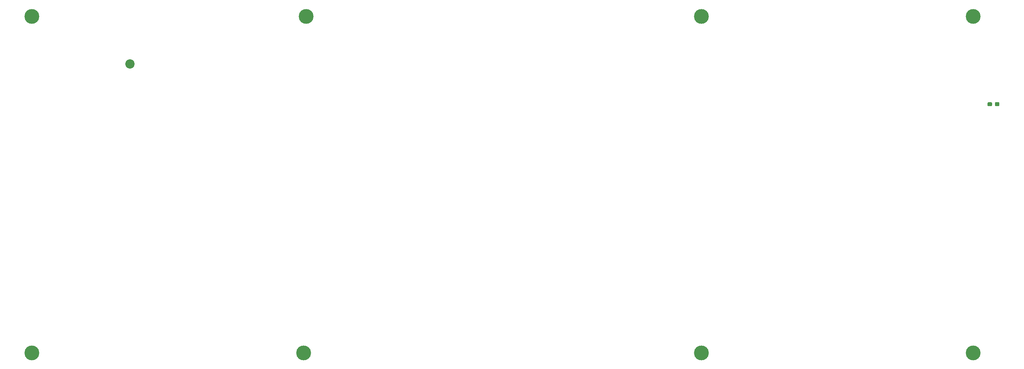
<source format=gbr>
G04 #@! TF.GenerationSoftware,KiCad,Pcbnew,(5.1.4-0)*
G04 #@! TF.CreationDate,2021-11-04T10:19:40-05:00*
G04 #@! TF.ProjectId,bottom_plate,626f7474-6f6d-45f7-906c-6174652e6b69,rev?*
G04 #@! TF.SameCoordinates,Original*
G04 #@! TF.FileFunction,Soldermask,Top*
G04 #@! TF.FilePolarity,Negative*
%FSLAX46Y46*%
G04 Gerber Fmt 4.6, Leading zero omitted, Abs format (unit mm)*
G04 Created by KiCad (PCBNEW (5.1.4-0)) date 2021-11-04 10:19:40*
%MOMM*%
%LPD*%
G04 APERTURE LIST*
%ADD10C,0.100000*%
%ADD11C,0.950000*%
%ADD12C,3.500000*%
%ADD13C,2.200000*%
G04 APERTURE END LIST*
D10*
G36*
X389951468Y-59045048D02*
G01*
X389974523Y-59048467D01*
X389997132Y-59054131D01*
X390019076Y-59061983D01*
X390040146Y-59071948D01*
X390060137Y-59083930D01*
X390078857Y-59097814D01*
X390096127Y-59113466D01*
X390111779Y-59130736D01*
X390125663Y-59149456D01*
X390137645Y-59169447D01*
X390147610Y-59190517D01*
X390155462Y-59212461D01*
X390161126Y-59235070D01*
X390164545Y-59258125D01*
X390165689Y-59281404D01*
X390165689Y-59756404D01*
X390164545Y-59779683D01*
X390161126Y-59802738D01*
X390155462Y-59825347D01*
X390147610Y-59847291D01*
X390137645Y-59868361D01*
X390125663Y-59888352D01*
X390111779Y-59907072D01*
X390096127Y-59924342D01*
X390078857Y-59939994D01*
X390060137Y-59953878D01*
X390040146Y-59965860D01*
X390019076Y-59975825D01*
X389997132Y-59983677D01*
X389974523Y-59989341D01*
X389951468Y-59992760D01*
X389928189Y-59993904D01*
X389353189Y-59993904D01*
X389329910Y-59992760D01*
X389306855Y-59989341D01*
X389284246Y-59983677D01*
X389262302Y-59975825D01*
X389241232Y-59965860D01*
X389221241Y-59953878D01*
X389202521Y-59939994D01*
X389185251Y-59924342D01*
X389169599Y-59907072D01*
X389155715Y-59888352D01*
X389143733Y-59868361D01*
X389133768Y-59847291D01*
X389125916Y-59825347D01*
X389120252Y-59802738D01*
X389116833Y-59779683D01*
X389115689Y-59756404D01*
X389115689Y-59281404D01*
X389116833Y-59258125D01*
X389120252Y-59235070D01*
X389125916Y-59212461D01*
X389133768Y-59190517D01*
X389143733Y-59169447D01*
X389155715Y-59149456D01*
X389169599Y-59130736D01*
X389185251Y-59113466D01*
X389202521Y-59097814D01*
X389221241Y-59083930D01*
X389241232Y-59071948D01*
X389262302Y-59061983D01*
X389284246Y-59054131D01*
X389306855Y-59048467D01*
X389329910Y-59045048D01*
X389353189Y-59043904D01*
X389928189Y-59043904D01*
X389951468Y-59045048D01*
X389951468Y-59045048D01*
G37*
D11*
X389640689Y-59518904D03*
D10*
G36*
X388201468Y-59045048D02*
G01*
X388224523Y-59048467D01*
X388247132Y-59054131D01*
X388269076Y-59061983D01*
X388290146Y-59071948D01*
X388310137Y-59083930D01*
X388328857Y-59097814D01*
X388346127Y-59113466D01*
X388361779Y-59130736D01*
X388375663Y-59149456D01*
X388387645Y-59169447D01*
X388397610Y-59190517D01*
X388405462Y-59212461D01*
X388411126Y-59235070D01*
X388414545Y-59258125D01*
X388415689Y-59281404D01*
X388415689Y-59756404D01*
X388414545Y-59779683D01*
X388411126Y-59802738D01*
X388405462Y-59825347D01*
X388397610Y-59847291D01*
X388387645Y-59868361D01*
X388375663Y-59888352D01*
X388361779Y-59907072D01*
X388346127Y-59924342D01*
X388328857Y-59939994D01*
X388310137Y-59953878D01*
X388290146Y-59965860D01*
X388269076Y-59975825D01*
X388247132Y-59983677D01*
X388224523Y-59989341D01*
X388201468Y-59992760D01*
X388178189Y-59993904D01*
X387603189Y-59993904D01*
X387579910Y-59992760D01*
X387556855Y-59989341D01*
X387534246Y-59983677D01*
X387512302Y-59975825D01*
X387491232Y-59965860D01*
X387471241Y-59953878D01*
X387452521Y-59939994D01*
X387435251Y-59924342D01*
X387419599Y-59907072D01*
X387405715Y-59888352D01*
X387393733Y-59868361D01*
X387383768Y-59847291D01*
X387375916Y-59825347D01*
X387370252Y-59802738D01*
X387366833Y-59779683D01*
X387365689Y-59756404D01*
X387365689Y-59281404D01*
X387366833Y-59258125D01*
X387370252Y-59235070D01*
X387375916Y-59212461D01*
X387383768Y-59190517D01*
X387393733Y-59169447D01*
X387405715Y-59149456D01*
X387419599Y-59130736D01*
X387435251Y-59113466D01*
X387452521Y-59097814D01*
X387471241Y-59083930D01*
X387491232Y-59071948D01*
X387512302Y-59061983D01*
X387534246Y-59054131D01*
X387556855Y-59048467D01*
X387579910Y-59045048D01*
X387603189Y-59043904D01*
X388178189Y-59043904D01*
X388201468Y-59045048D01*
X388201468Y-59045048D01*
G37*
D11*
X387890689Y-59518904D03*
D12*
X319709314Y-118454824D03*
X319709381Y-38682951D03*
X225649927Y-118454824D03*
X226245240Y-38683016D03*
X161356123Y-118454824D03*
X161356322Y-38683016D03*
X384003010Y-38683016D03*
X384003010Y-118454824D03*
D13*
X184573490Y-49993944D03*
M02*

</source>
